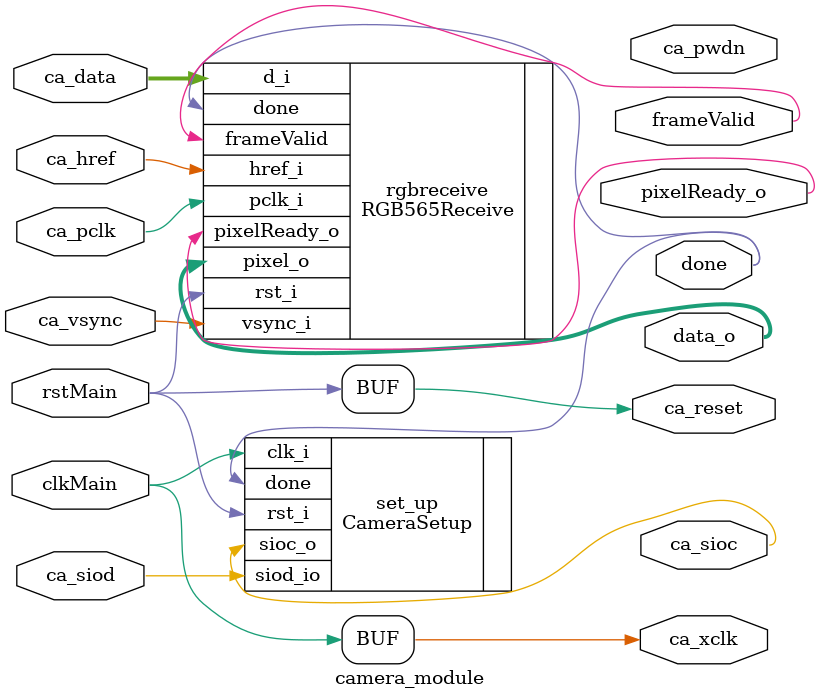
<source format=v>
`timescale 1ns / 1ps


module camera_module(
            clkMain, 
            rstMain, 
            ca_pclk, 
            ca_href, 
            ca_vsync,
            ca_data, 
            ca_siod, 
            ca_sioc, 
            ca_xclk,
            ca_pwdn,
            ca_reset,
            data_o,
            pixelReady_o,
            done,
            frameValid
    );
    
    input clkMain,rstMain;
    output ca_xclk;
    output ca_sioc;
    inout ca_siod;
    output ca_pwdn, ca_reset;
    input ca_href, ca_vsync, ca_pclk;
    input [7:0] ca_data;
    output [15:0] data_o;
    output pixelReady_o;
    output done, frameValid;
    
    wire done;
    wire ca_xclk;
    wire ca_reset;
    
    assign ca_reset=rstMain;
    assign ca_xclk=clkMain;
    
    
    RGB565Receive rgbreceive(.d_i(ca_data), .vsync_i(ca_vsync), .href_i(ca_href),
                                .pclk_i(ca_pclk), .rst_i(rstMain),.done(done), .pixelReady_o(pixelReady_o), .pixel_o(data_o),.frameValid(frameValid));
    
       
    CameraSetup set_up (        .clk_i(clkMain), 
                                .rst_i(rstMain), 
                                .done(done),
                                .sioc_o(ca_sioc), 
                                .siod_io(ca_siod)
                       );
    
endmodule

</source>
